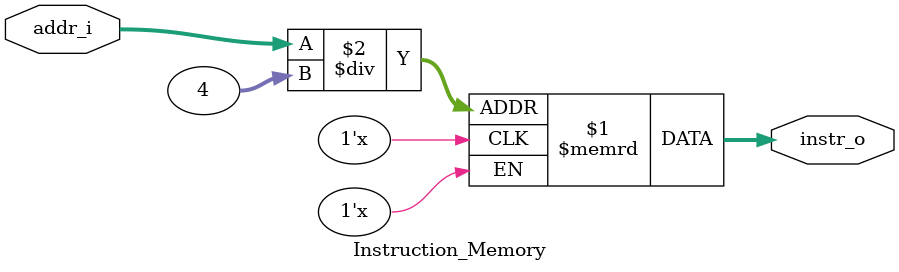
<source format=v>
`timescale 1ns / 1ps
module Instruction_Memory(
    addr_i,
    instr_o
    );

// Interface
input   [31:0]  addr_i;
output  [31:0]  instr_o;

// Instruction File
reg     [31:0]  instruction_file    [0:31];

assign  instr_o = instruction_file[addr_i / 4];  

endmodule

</source>
